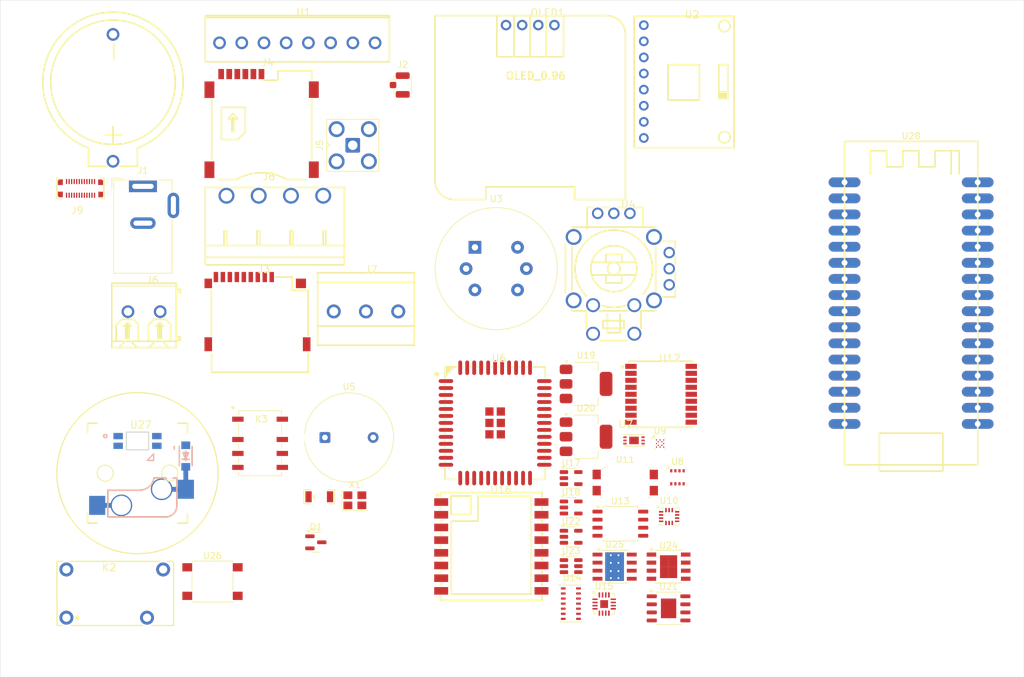
<source format=kicad_pcb>
(kicad_pcb (version 20241229) (generator "pcbnew") (generator_version "9.0")
  (layers (0 "F.Cu" signal) (2 "B.Cu" signal) (13 "F.Paste" user) (15 "B.Paste" user) (5 "F.SilkS" user "F.Silkscreen") (7 "B.SilkS" user "B.Silkscreen") (1 "F.Mask" user) (3 "B.Mask" user) (25 "Edge.Cuts" user))
  (net 0 "")
  (net 191 "Net-(U9-GND-PadC5)")
  (net 249 "Net-(U14-VLED+-Pad10)")
  (net 256 "Net-(U15-GND-Pad11)")
  (net 260 "Net-(U15-VDD-Pad7)")
  (footprint "EXT_Switch_THT:热插拔键盘轴(RGB反贴)(30mm)" (layer "F.Cu") (at 106.725 105.05)
    (property "Reference" "U27" (at -1.27 -7.62 0) (layer "F.SilkS") (effects (font (size 1.143 1.143) (thickness 0.152)) (justify left)))
    (property "Value" "~" (at 5.771 -4.478 90) (layer "B.SilkS") (effects (font (size 1.016 1.016) (thickness 0.203)) (justify left mirror)))
    (fp_line (start -6.35 5.08) (end -2.54 5.08) (stroke (width 0.762)) (layer "B.Cu"))
    (fp_line (start 3.81 2.54) (end 7.62 2.54) (stroke (width 0.762)) (layer "B.Cu"))
    (fp_line (start 7.62 2.54) (end 7.6 -1) (stroke (width 0.762)) (layer "B.Cu"))
    (fp_line (start -1.753 -6.477) (end -1.753 -3.683) (stroke (width 0.152)) (layer "Edge.Cuts"))
    (fp_line (start -1.753 -3.683) (end 1.753 -3.683) (stroke (width 0.152)) (layer "Edge.Cuts"))
    (fp_line (start 1.753 -6.477) (end -1.753 -6.477) (stroke (width 0.152)) (layer "Edge.Cuts"))
    (fp_line (start 1.753 -3.683) (end 1.753 -6.477) (stroke (width 0.152)) (layer "Edge.Cuts"))
    (pad "" np_thru_hole circle (at -5.08 0) (size 1.727 1.727) (drill 1.727) (layers "*.Cu" "*.Mask"))
    (pad "" np_thru_hole circle (at 0 0) (size 4.013 4.013) (drill 4.013) (layers "*.Cu" "*.Mask"))
    (pad "" np_thru_hole circle (at 5.08 0) (size 1.727 1.727) (drill 1.727) (layers "*.Cu" "*.Mask"))
    (pad "1" thru_hole circle (at 3.81 2.54) (size 3.4 3.4) (drill oval 3 3.005) (layers "*.Cu" "*.Paste" "*.Mask"))
    (pad "1" smd rect (at 7.6 -1 270) (size 1.2 1.4) (layers "B.Cu" "B.Mask" "B.Paste"))
    (pad "1" smd rect (at 7.62 2.54) (size 2.55 3) (layers "B.Cu" "B.Mask" "B.Paste"))
    (pad "2" thru_hole circle (at -2.54 5.08 180) (size 3.4 3.4) (drill oval 3 3.005) (layers "*.Cu" "*.Paste" "*.Mask"))
    (pad "COL" smd rect (at 7.6 -4.4 270) (size 1.2 1.4) (layers "B.Cu" "B.Mask" "B.Paste"))
    (pad "DIN" smd rect (at -3.048 -4.318 180) (size 1.5 1) (layers "B.Cu" "B.Mask" "B.Paste"))
    (pad "DOUT" smd rect (at 3.048 -5.842 180) (size 1.5 1) (layers "B.Cu" "B.Mask" "B.Paste"))
    (pad "LED" smd rect (at 3.048 -4.318 180) (size 1.5 1) (layers "B.Cu" "B.Mask" "B.Paste"))
    (pad "LEDGND" smd rect (at -3.048 -5.842 180) (size 1.5 1) (layers "B.Cu" "B.Mask" "B.Paste"))
    (pad "ROW" smd rect (at -6.35 5.08) (size 2.55 3) (layers "B.Cu" "B.Mask" "B.Paste"))
  )
  (footprint "EXT_Modules:SW-TH_THB001P" (layer "F.Cu") (at 182.964 73.575)
    (property "Reference" "U4" (at -0.158 -10.855 0) (layer "F.SilkS") (effects (font (size 1.143 1.143) (thickness 0.152)) (justify left)))
    (property "Value" "~" (at -5.803 -7.114 0) (layer "F.SilkS") (effects (font (thickness 0.1)) (justify left)))
    (pad "1" thru_hole circle (at 7.527 1.78) (size 1.8 1.8) (drill 1.2) (layers "*.Cu" "*.Paste" "*.Mask"))
    (pad "2" thru_hole circle (at 7.527 -0.76) (size 1.8 1.8) (drill 1.2) (layers "*.Cu" "*.Paste" "*.Mask"))
    (pad "3" thru_hole circle (at 7.527 -3.3) (size 1.8 1.8) (drill 1.2) (layers "*.Cu" "*.Paste" "*.Mask"))
    (pad "4" thru_hole circle (at 1.337 -9.49) (size 1.8 1.8) (drill 1.2) (layers "*.Cu" "*.Paste" "*.Mask"))
    (pad "5" thru_hole circle (at -1.203 -9.49) (size 1.8 1.8) (drill 1.2) (layers "*.Cu" "*.Paste" "*.Mask"))
    (pad "6" thru_hole circle (at -3.743 -9.49) (size 1.8 1.8) (drill 1.2) (layers "*.Cu" "*.Paste" "*.Mask"))
    (pad "7" thru_hole circle (at -7.527 -5.76) (size 2.5 2.5) (drill 1.8) (layers "*.Cu" "*.Paste" "*.Mask"))
    (pad "8" thru_hole circle (at -7.527 4.24) (size 2.5 2.5) (drill 1.8) (layers "*.Cu" "*.Paste" "*.Mask"))
    (pad "9" thru_hole circle (at 5.123 4.24) (size 2.5 2.5) (drill 1.8) (layers "*.Cu" "*.Paste" "*.Mask"))
    (pad "10" thru_hole circle (at 5.123 -5.76) (size 2.5 2.5) (drill 1.8) (layers "*.Cu" "*.Paste" "*.Mask"))
    (pad "a" thru_hole circle (at -4.472 4.99) (size 2.2 2.2) (drill 1.6) (layers "*.Cu" "*.Paste" "*.Mask"))
    (pad "b" thru_hole circle (at 2.028 4.99) (size 2.2 2.2) (drill 1.6) (layers "*.Cu" "*.Paste" "*.Mask"))
    (pad "c" thru_hole circle (at -4.472 9.49) (size 2.2 2.2) (drill 1.6) (layers "*.Cu" "*.Paste" "*.Mask"))
    (pad "d" thru_hole circle (at 2.028 9.49) (size 2.2 2.2) (drill 1.6) (layers "*.Cu" "*.Paste" "*.Mask"))
  )
  (footprint "EXT_Connectors_THT:CONN-TH_3P-P5.08" (layer "F.Cu") (at 142.722 79.553)
    (property "Reference" "J7" (at -0.254 -6.604 0) (layer "F.SilkS") (effects (font (size 1.143 1.143) (thickness 0.152)) (justify left)))
    (property "Value" "~" (hide yes))
    (pad "1" thru_hole circle (at -5.08 0) (size 2.2 2.2) (drill 1.4) (layers "*.Cu" "*.Paste" "*.Mask"))
    (pad "2" thru_hole circle (at 0 0) (size 2.2 2.2) (drill 1.4) (layers "*.Cu" "*.Paste" "*.Mask"))
    (pad "3" thru_hole circle (at 5.08 0) (size 2.2 2.2) (drill 1.4) (layers "*.Cu" "*.Paste" "*.Mask"))
  )
  (footprint "EXT_Modules:0.96OLED_4P" (layer "F.Cu") (at 168.593 34.41)
    (property "Reference" "OLED1" (at -0.072 -1.942 0) (layer "F.SilkS") (effects (font (size 1.143 1.143) (thickness 0.152)) (justify left)))
    (property "Value" "OLED_0.96" (at -3.998 8 0) (layer "F.SilkS") (effects (font (size 1.2 1.2) (thickness 0.25)) (justify left)))
    (pad "1" thru_hole circle (at -3.81 0.001) (size 1.65 1.65) (drill 1) (layers "*.Cu" "*.Paste" "*.Mask"))
    (pad "2" thru_hole circle (at -1.27 -0.001) (size 1.65 1.65) (drill 1) (layers "*.Cu" "*.Paste" "*.Mask"))
    (pad "3" thru_hole circle (at 1.27 -0.001) (size 1.65 1.65) (drill 1) (layers "*.Cu" "*.Paste" "*.Mask"))
    (pad "4" thru_hole circle (at 3.81 -0.001) (size 1.65 1.65) (drill 1) (layers "*.Cu" "*.Paste" "*.Mask"))
  )
  (footprint "EXT_Modules:MPU6050-GY-521" (layer "F.Cu") (at 184.965 33.03)
    (property "Reference" "U2" (at 7.874 -0.254 0) (layer "F.SilkS") (effects (font (size 1.143 1.143) (thickness 0.152)) (justify left)))
    (property "Value" "~" (hide yes))
    (pad "1" thru_hole circle (at 1.524 1.397) (size 1.524 1.524) (drill 0.914) (layers "*.Cu" "*.Paste" "*.Mask"))
    (pad "2" thru_hole circle (at 1.524 3.937) (size 1.524 1.524) (drill 0.914) (layers "*.Cu" "*.Paste" "*.Mask"))
    (pad "3" thru_hole circle (at 1.524 6.477) (size 1.524 1.524) (drill 0.914) (layers "*.Cu" "*.Paste" "*.Mask"))
    (pad "4" thru_hole circle (at 1.524 9.017) (size 1.524 1.524) (drill 0.914) (layers "*.Cu" "*.Paste" "*.Mask"))
    (pad "5" thru_hole circle (at 1.524 11.557) (size 1.524 1.524) (drill 0.914) (layers "*.Cu" "*.Paste" "*.Mask"))
    (pad "6" thru_hole circle (at 1.524 14.097) (size 1.524 1.524) (drill 0.914) (layers "*.Cu" "*.Paste" "*.Mask"))
    (pad "7" thru_hole circle (at 1.524 16.637) (size 1.524 1.524) (drill 0.914) (layers "*.Cu" "*.Paste" "*.Mask"))
    (pad "8" thru_hole circle (at 1.524 19.177) (size 1.524 1.524) (drill 0.914) (layers "*.Cu" "*.Paste" "*.Mask"))
  )
  (footprint "Package_TO_SOT_SMD:SOT-23-5" (layer "F.Cu") (at 175.04 105.83)
    (property "Reference" "U17" (at 0 -2.4 0) (layer "F.SilkS"))
    (property "Value" "SGM2209")
    (pad "1" smd roundrect (at -1.1375 -0.95) (size 1.325 0.6) (layers "F.Cu" "F.Mask" "F.Paste"))
    (pad "2" smd roundrect (at -1.1375 0) (size 1.325 0.6) (layers "F.Cu" "F.Mask" "F.Paste"))
    (pad "3" smd roundrect (at -1.1375 0.95) (size 1.325 0.6) (layers "F.Cu" "F.Mask" "F.Paste"))
    (pad "4" smd roundrect (at 1.1375 0.95) (size 1.325 0.6) (layers "F.Cu" "F.Mask" "F.Paste"))
    (pad "5" smd roundrect (at 1.1375 -0.95) (size 1.325 0.6) (layers "F.Cu" "F.Mask" "F.Paste"))
  )
  (footprint "EXT_Connectors_SMD:自弹式micro-SIM卡-卡座-6P-SIM卡连接器SMD" (layer "F.Cu") (at 126.28 49.673)
    (property "Reference" "J4" (at -0.115 -9.335 0) (layer "F.SilkS") (effects (font (size 1.143 1.143) (thickness 0.152)) (justify left)))
    (property "Value" "~" (hide yes))
    (pad "" smd rect (at -8.225 -5.075 270) (size 2.61 1.56) (layers "F.Cu" "F.Mask" "F.Paste"))
    (pad "" smd rect (at -8.225 7.543 270) (size 2.61 1.56) (layers "F.Cu" "F.Mask" "F.Paste"))
    (pad "" smd rect (at 8.225 -5.086 270) (size 2.61 1.56) (layers "F.Cu" "F.Mask" "F.Paste"))
    (pad "" smd rect (at 8.225 7.537 270) (size 2.61 1.56) (layers "F.Cu" "F.Mask" "F.Paste"))
    (pad "1" smd rect (at -5.105 -7.543) (size 0.9 1.6) (layers "F.Cu" "F.Mask" "F.Paste"))
    (pad "2" smd rect (at -2.565 -7.543) (size 0.9 1.6) (layers "F.Cu" "F.Mask" "F.Paste"))
    (pad "3" smd rect (at -0.025 -7.543) (size 0.9 1.6) (layers "F.Cu" "F.Mask" "F.Paste"))
    (pad "5" smd rect (at -6.375 -7.543) (size 0.9 1.6) (layers "F.Cu" "F.Mask" "F.Paste"))
    (pad "6" smd rect (at -3.835 -7.543) (size 0.9 1.6) (layers "F.Cu" "F.Mask" "F.Paste"))
    (pad "7" smd rect (at -1.295 -7.543) (size 0.9 1.6) (layers "F.Cu" "F.Mask" "F.Paste"))
  )
  (footprint "EXT_IC_SMD:GPS-SMD_GP-02" (layer "F.Cu") (at 189.211 92.614)
    (property "Reference" "U12" (at -0.432 -5.67 0) (layer "F.SilkS") (effects (font (size 1.143 1.143) (thickness 0.152)) (justify left)))
    (property "Value" "RG-02" (hide yes))
    (pad "1" smd rect (at -4.75 -4.4) (size 1.8 0.8) (layers "F.Cu" "F.Mask" "F.Paste"))
    (pad "2" smd rect (at -4.75 -3.3) (size 1.8 0.8) (layers "F.Cu" "F.Mask" "F.Paste"))
    (pad "3" smd rect (at -4.75 -2.2) (size 1.8 0.8) (layers "F.Cu" "F.Mask" "F.Paste"))
    (pad "4" smd rect (at -4.75 -1.1) (size 1.8 0.8) (layers "F.Cu" "F.Mask" "F.Paste"))
    (pad "5" smd rect (at -4.75 0) (size 1.8 0.8) (layers "F.Cu" "F.Mask" "F.Paste"))
    (pad "6" smd rect (at -4.75 1.1) (size 1.8 0.8) (layers "F.Cu" "F.Mask" "F.Paste"))
    (pad "7" smd rect (at -4.75 2.2) (size 1.8 0.8) (layers "F.Cu" "F.Mask" "F.Paste"))
    (pad "8" smd rect (at -4.75 3.3) (size 1.8 0.8) (layers "F.Cu" "F.Mask" "F.Paste"))
    (pad "9" smd rect (at -4.75 4.4) (size 1.8 0.8) (layers "F.Cu" "F.Mask" "F.Paste"))
    (pad "10" smd rect (at 4.75 4.4) (size 1.8 0.8) (layers "F.Cu" "F.Mask" "F.Paste"))
    (pad "11" smd rect (at 4.75 3.3) (size 1.8 0.8) (layers "F.Cu" "F.Mask" "F.Paste"))
    (pad "12" smd rect (at 4.75 2.2) (size 1.8 0.8) (layers "F.Cu" "F.Mask" "F.Paste"))
    (pad "13" smd rect (at 4.75 1.1) (size 1.8 0.8) (layers "F.Cu" "F.Mask" "F.Paste"))
    (pad "14" smd rect (at 4.75 0) (size 1.8 0.8) (layers "F.Cu" "F.Mask" "F.Paste"))
    (pad "15" smd rect (at 4.75 -1.1) (size 1.8 0.8) (layers "F.Cu" "F.Mask" "F.Paste"))
    (pad "16" smd rect (at 4.75 -2.2) (size 1.8 0.8) (layers "F.Cu" "F.Mask" "F.Paste"))
    (pad "17" smd rect (at 4.75 -3.3) (size 1.8 0.8) (layers "F.Cu" "F.Mask" "F.Paste"))
    (pad "18" smd rect (at 4.75 -4.4) (size 1.8 0.8) (layers "F.Cu" "F.Mask" "F.Paste"))
  )
  (footprint "Package_LGA:Bosch_LGA-14_3x2.5mm_P0.5mm" (layer "F.Cu") (at 190.475 111.89)
    (property "Reference" "U10" (at 0 -2.5 0) (layer "F.SilkS"))
    (property "Value" "~")
    (pad "1" smd rect (at -1.2625 -0.75) (size 0.675 0.25) (layers "F.Cu" "F.Mask" "F.Paste"))
    (pad "2" smd rect (at -1.2625 -0.25) (size 0.675 0.25) (layers "F.Cu" "F.Mask" "F.Paste"))
    (pad "3" smd rect (at -1.2625 0.25) (size 0.675 0.25) (layers "F.Cu" "F.Mask" "F.Paste"))
    (pad "4" smd rect (at -1.2625 0.75) (size 0.675 0.25) (layers "F.Cu" "F.Mask" "F.Paste"))
    (pad "5" smd rect (at -0.5 1.0125) (size 0.25 0.675) (layers "F.Cu" "F.Mask" "F.Paste"))
    (pad "6" smd rect (at 0 1.0125) (size 0.25 0.675) (layers "F.Cu" "F.Mask" "F.Paste"))
    (pad "7" smd rect (at 0.5 1.0125) (size 0.25 0.675) (layers "F.Cu" "F.Mask" "F.Paste"))
    (pad "8" smd rect (at 1.2625 0.75) (size 0.675 0.25) (layers "F.Cu" "F.Mask" "F.Paste"))
    (pad "9" smd rect (at 1.2625 0.25) (size 0.675 0.25) (layers "F.Cu" "F.Mask" "F.Paste"))
    (pad "10" smd rect (at 1.2625 -0.25) (size 0.675 0.25) (layers "F.Cu" "F.Mask" "F.Paste"))
    (pad "11" smd rect (at 1.2625 -0.75) (size 0.675 0.25) (layers "F.Cu" "F.Mask" "F.Paste"))
    (pad "12" smd rect (at 0.5 -1.0125) (size 0.25 0.675) (layers "F.Cu" "F.Mask" "F.Paste"))
    (pad "13" smd rect (at 0 -1.0125) (size 0.25 0.675) (layers "F.Cu" "F.Mask" "F.Paste"))
    (pad "14" smd rect (at -0.5 -1.0125) (size 0.25 0.675) (layers "F.Cu" "F.Mask" "F.Paste"))
  )
  (footprint "EXT_IC_SMD:COMM-SMD_RA-01S" (layer "F.Cu") (at 162.465 116.607)
    (property "Reference" "U16" (at -0.254 -8.89 0) (layer "F.SilkS") (effects (font (size 1.143 1.143) (thickness 0.152)) (justify left)))
    (property "Value" "Ra-01SC" (hide yes))
    (pad "1" smd rect (at -7.9 -7) (size 2.2 1.2) (layers "F.Cu" "F.Mask" "F.Paste"))
    (pad "2" smd rect (at -7.9 -5) (size 2.2 1.2) (layers "F.Cu" "F.Mask" "F.Paste"))
    (pad "3" smd rect (at -7.9 -3) (size 2.2 1.2) (layers "F.Cu" "F.Mask" "F.Paste"))
    (pad "4" smd rect (at -7.9 -1) (size 2.2 1.2) (layers "F.Cu" "F.Mask" "F.Paste"))
    (pad "5" smd rect (at -7.9 1) (size 2.2 1.2) (layers "F.Cu" "F.Mask" "F.Paste"))
    (pad "6" smd rect (at -7.9 3) (size 2.2 1.2) (layers "F.Cu" "F.Mask" "F.Paste"))
    (pad "7" smd rect (at -7.9 5) (size 2.2 1.2) (layers "F.Cu" "F.Mask" "F.Paste"))
    (pad "8" smd rect (at -7.9 7) (size 2.2 1.2) (layers "F.Cu" "F.Mask" "F.Paste"))
    (pad "9" smd rect (at 7.9 7) (size 2.2 1.2) (layers "F.Cu" "F.Mask" "F.Paste"))
    (pad "10" smd rect (at 7.9 5) (size 2.2 1.2) (layers "F.Cu" "F.Mask" "F.Paste"))
    (pad "11" smd rect (at 7.9 3) (size 2.2 1.2) (layers "F.Cu" "F.Mask" "F.Paste"))
    (pad "12" smd rect (at 7.9 1) (size 2.2 1.2) (layers "F.Cu" "F.Mask" "F.Paste"))
    (pad "13" smd rect (at 7.9 -1) (size 2.2 1.2) (layers "F.Cu" "F.Mask" "F.Paste"))
    (pad "14" smd rect (at 7.9 -3) (size 2.2 1.2) (layers "F.Cu" "F.Mask" "F.Paste"))
    (pad "15" smd rect (at 7.9 -5) (size 2.2 1.2) (layers "F.Cu" "F.Mask" "F.Paste"))
    (pad "16" smd rect (at 7.9 -7) (size 2.2 1.2) (layers "F.Cu" "F.Mask" "F.Paste"))
  )
  (footprint "Package_SO:HSOP-8-1EP_3.9x4.9mm_P1.27mm_EP2.41x3.1mm" (layer "F.Cu") (at 190.39 126.365)
    (property "Reference" "U21" (at 0 -3.4 0) (layer "F.SilkS"))
    (property "Value" "SGM3209YS8G/TR")
    (pad "1" smd roundrect (at -2.65 -1.905) (size 1.6 0.6) (layers "F.Cu" "F.Mask" "F.Paste"))
    (pad "2" smd roundrect (at -2.65 -0.635) (size 1.6 0.6) (layers "F.Cu" "F.Mask" "F.Paste"))
    (pad "3" smd roundrect (at -2.65 0.635) (size 1.6 0.6) (layers "F.Cu" "F.Mask" "F.Paste"))
    (pad "4" smd roundrect (at -2.65 1.905) (size 1.6 0.6) (layers "F.Cu" "F.Mask" "F.Paste"))
    (pad "5" smd roundrect (at 2.65 1.905) (size 1.6 0.6) (layers "F.Cu" "F.Mask" "F.Paste"))
    (pad "6" smd roundrect (at 2.65 0.635) (size 1.6 0.6) (layers "F.Cu" "F.Mask" "F.Paste"))
    (pad "7" smd roundrect (at 2.65 -0.635) (size 1.6 0.6) (layers "F.Cu" "F.Mask" "F.Paste"))
    (pad "8" smd roundrect (at 2.65 -1.905) (size 1.6 0.6) (layers "F.Cu" "F.Mask" "F.Paste"))
    (pad "9" smd rect (at 0 0) (size 2.41 3.1) (property pad_prop_heatsink) (layers "F.Cu" "F.Mask"))
  )
  (footprint "EXT_IC_SMD:WSOF-6_L2.6-W1.6-P0.50-TL-EP" (layer "F.Cu") (at 184.945 99.892)
    (property "Reference" "U7" (at -2.54 -2.54 0) (layer "F.SilkS") (effects (font (size 1.143 1.143) (thickness 0.152)) (justify left)))
    (property "Value" "~" (hide yes))
    (pad "1" smd rect (at -1.427 -0.5) (size 0.505 0.28) (layers "F.Cu" "F.Mask" "F.Paste"))
    (pad "2" smd rect (at -1.427 0) (size 0.505 0.28) (layers "F.Cu" "F.Mask" "F.Paste"))
    (pad "3" smd rect (at -1.427 0.5) (size 0.505 0.28) (layers "F.Cu" "F.Mask" "F.Paste"))
    (pad "4" smd rect (at 1.427 0.5) (size 0.505 0.28) (layers "F.Cu" "F.Mask" "F.Paste"))
    (pad "5" smd rect (at 1.427 0) (size 0.505 0.28) (layers "F.Cu" "F.Mask" "F.Paste"))
    (pad "6" smd rect (at 1.427 -0.5) (size 0.505 0.28) (layers "F.Cu" "F.Mask" "F.Paste"))
    (pad "7" smd rect (at 0 0) (size 1.5 1.2) (layers "F.Cu" "F.Mask" "F.Paste"))
  )
  (footprint "EXT_Switch_THT:HF32F-G-HS" (layer "F.Cu") (at 103.145 124.03)
    (property "Reference" "K2" (at -2.1 -4.1 0) (layer "F.SilkS") (effects (font (size 1.143 1.143) (thickness 0.152)) (justify left)))
    (property "Value" "HF32F-G-HS" (hide yes))
    (pad "1" thru_hole circle (at -7.62 3.8) (size 2.2 2.2) (drill 1.3) (layers "*.Cu" "*.Paste" "*.Mask"))
    (pad "2" thru_hole circle (at -7.62 -3.8) (size 2.2 2.2) (drill 1.3) (layers "*.Cu" "*.Paste" "*.Mask"))
    (pad "3" thru_hole circle (at 7.62 -3.8) (size 2.2 2.2) (drill 1.3) (layers "*.Cu" "*.Paste" "*.Mask"))
    (pad "4" thru_hole circle (at 5.08 3.8) (size 2.2 2.2) (drill 1.3) (layers "*.Cu" "*.Paste" "*.Mask"))
  )
  (footprint "Connector_Coaxial:U.FL_Hirose_U.FL-R-SMT-1_Vertical" (layer "F.Cu") (at 148.03 43.855)
    (property "Reference" "J2" (at 0.475 -3.2 0) (layer "F.SilkS"))
    (property "Value" "~")
    (pad "1" smd roundrect (at -1.05 0) (size 1.05 1) (layers "F.Cu" "F.Mask" "F.Paste"))
    (pad "2" smd roundrect (at 0.475 -1.475) (size 2.2 1.05) (layers "F.Cu" "F.Mask" "F.Paste") (roundrect_rratio 0.2380952381))
    (pad "2" smd roundrect (at 0.475 1.475) (size 2.2 1.05) (layers "F.Cu" "F.Mask" "F.Paste") (roundrect_rratio 0.2380952381))
  )
  (footprint "EXT_IC_SMD:SMD-4_4.6x7.62mm_P2.54mm" (layer "F.Cu") (at 183.565 106.53)
    (property "Reference" "U11" (at 0 -3.64 0) (layer "F.SilkS"))
    (property "Value" "~")
    (pad "1" smd rect (at -4.5 -1.27) (size 1.3 1.5) (layers "F.Cu" "F.Mask" "F.Paste"))
    (pad "2" smd rect (at -4.5 1.27) (size 1.3 1.5) (layers "F.Cu" "F.Mask" "F.Paste"))
    (pad "3" smd rect (at 4.5 1.27) (size 1.3 1.5) (layers "F.Cu" "F.Mask" "F.Paste"))
    (pad "4" smd rect (at 4.5 -1.27) (size 1.3 1.5) (layers "F.Cu" "F.Mask" "F.Paste"))
  )
  (footprint "Package_TO_SOT_SMD:SOT-23-5" (layer "F.Cu") (at 175.04 110.455)
    (property "Reference" "U18" (at 0 -2.4 0) (layer "F.SilkS"))
    (property "Value" "SGM2211")
    (pad "1" smd roundrect (at -1.1375 -0.95) (size 1.325 0.6) (layers "F.Cu" "F.Mask" "F.Paste"))
    (pad "2" smd roundrect (at -1.1375 0) (size 1.325 0.6) (layers "F.Cu" "F.Mask" "F.Paste"))
    (pad "3" smd roundrect (at -1.1375 0.95) (size 1.325 0.6) (layers "F.Cu" "F.Mask" "F.Paste"))
    (pad "4" smd roundrect (at 1.1375 0.95) (size 1.325 0.6) (layers "F.Cu" "F.Mask" "F.Paste"))
    (pad "5" smd roundrect (at 1.1375 -0.95) (size 1.325 0.6) (layers "F.Cu" "F.Mask" "F.Paste"))
  )
  (footprint "EXT_Switch_THT:SW_Push_1P1T_NO_6x6mm" (layer "F.Cu") (at 118.54 122.14)
    (property "Reference" "U26" (at 0 -4.05 0) (layer "F.SilkS"))
    (property "Value" "~")
    (pad "1" smd rect (at -3.975 -2.25) (size 1.55 1.3) (layers "F.Cu" "F.Mask" "F.Paste"))
    (pad "1" smd rect (at 3.975 -2.25) (size 1.55 1.3) (layers "F.Cu" "F.Mask" "F.Paste"))
    (pad "2" smd rect (at -3.975 2.25) (size 1.55 1.3) (layers "F.Cu" "F.Mask" "F.Paste"))
    (pad "2" smd rect (at 3.975 2.25) (size 1.55 1.3) (layers "F.Cu" "F.Mask" "F.Paste"))
  )
  (footprint "EXT_Connectors_THT:CONN-TH_XY2500V-F-3.5-8P" (layer "F.Cu") (at 131.902 37.207)
    (property "Reference" "U1" (at -0.254 -4.826 0) (layer "F.SilkS") (effects (font (size 1.143 1.143) (thickness 0.152)) (justify left)))
    (property "Value" "~" (hide yes))
    (pad "1" thru_hole circle (at -12.25 0) (size 2 2) (drill 1.3) (layers "*.Cu" "*.Paste" "*.Mask"))
    (pad "2" thru_hole circle (at -8.75 0) (size 2 2) (drill 1.3) (layers "*.Cu" "*.Paste" "*.Mask"))
    (pad "3" thru_hole circle (at -5.25 0) (size 2 2) (drill 1.3) (layers "*.Cu" "*.Paste" "*.Mask"))
    (pad "4" thru_hole circle (at -1.75 0) (size 2 2) (drill 1.3) (layers "*.Cu" "*.Paste" "*.Mask"))
    (pad "5" thru_hole circle (at 1.75 0) (size 2 2) (drill 1.3) (layers "*.Cu" "*.Paste" "*.Mask"))
    (pad "6" thru_hole circle (at 5.25 0) (size 2 2) (drill 1.3) (layers "*.Cu" "*.Paste" "*.Mask"))
    (pad "7" thru_hole circle (at 8.75 0) (size 2 2) (drill 1.3) (layers "*.Cu" "*.Paste" "*.Mask"))
    (pad "8" thru_hole circle (at 12.25 0) (size 2 2) (drill 1.3) (layers "*.Cu" "*.Paste" "*.Mask"))
  )
  (footprint "EXT_IC_SMD:Maxim_OLGA-14_3.3x5.6mm_P0.8mm" (layer "F.Cu") (at 174.995 125.62)
    (property "Reference" "U14" (at 0.22 -4.07 0) (layer "F.SilkS"))
    (property "Value" "~")
    (pad "1" smd roundrect (at -1.2 -2.4) (size 0.75 0.35) (layers "F.Cu" "F.Mask" "F.Paste"))
    (pad "2" smd roundrect (at -1.2 -1.6) (size 0.75 0.35) (layers "F.Cu" "F.Mask" "F.Paste"))
    (pad "3" smd roundrect (at -1.2 -0.8) (size 0.75 0.35) (layers "F.Cu" "F.Mask" "F.Paste"))
    (pad "4" smd roundrect (at -1.2 0) (size 0.75 0.35) (layers "F.Cu" "F.Mask" "F.Paste"))
    (pad "5" smd roundrect (at -1.2 0.8) (size 0.75 0.35) (layers "F.Cu" "F.Mask" "F.Paste"))
    (pad "6" smd roundrect (at -1.2 1.6) (size 0.75 0.35) (layers "F.Cu" "F.Mask" "F.Paste"))
    (pad "7" smd roundrect (at -1.2 2.4) (size 0.75 0.35) (layers "F.Cu" "F.Mask" "F.Paste"))
    (pad "8" smd roundrect (at 1.2 2.4) (size 0.75 0.35) (layers "F.Cu" "F.Mask" "F.Paste"))
    (pad "9" smd roundrect (at 1.2 1.6) (size 0.75 0.35) (layers "F.Cu" "F.Mask" "F.Paste") (net 249 "Net-(U14-VLED+-Pad10)"))
    (pad "10" smd roundrect (at 1.2 0.8) (size 0.75 0.35) (layers "F.Cu" "F.Mask" "F.Paste") (net 249 "Net-(U14-VLED+-Pad10)"))
    (pad "11" smd roundrect (at 1.2 0) (size 0.75 0.35) (layers "F.Cu" "F.Mask" "F.Paste"))
    (pad "12" smd roundrect (at 1.2 -0.8) (size 0.75 0.35) (layers "F.Cu" "F.Mask" "F.Paste"))
    (pad "13" smd roundrect (at 1.2 -1.6) (size 0.75 0.35) (layers "F.Cu" "F.Mask" "F.Paste"))
    (pad "14" smd roundrect (at 1.2 -2.4) (size 0.75 0.35) (layers "F.Cu" "F.Mask" "F.Paste"))
  )
  (footprint "EXT_Modules:合宙ESP32C3开发板-DIP&SMT" (layer "F.Cu") (at 228.6 103.64)
    (property "Reference" "U28" (at 0 -51.727 0) (layer "F.SilkS"))
    (property "Value" "~")
    (pad "1" thru_hole oval (at -10.49 -44.45) (size 5 1.524) (drill 0.914) (layers "*.Cu" "*.Mask"))
    (pad "2" thru_hole oval (at -10.49 -41.91) (size 5 1.524) (drill 0.914) (layers "*.Cu" "*.Mask"))
    (pad "3" thru_hole oval (at -10.49 -39.37) (size 5 1.524) (drill 0.914) (layers "*.Cu" "*.Mask"))
    (pad "4" thru_hole oval (at -10.49 -36.83) (size 5 1.524) (drill 0.914) (layers "*.Cu" "*.Mask"))
    (pad "5" thru_hole oval (at -10.49 -34.29) (size 5 1.524) (drill 0.914) (layers "*.Cu" "*.Mask"))
    (pad "6" thru_hole oval (at -10.49 -31.75) (size 5 1.524) (drill 0.914) (layers "*.Cu" "*.Mask"))
    (pad "7" thru_hole oval (at -10.49 -29.21) (size 5 1.524) (drill 0.914) (layers "*.Cu" "*.Mask"))
    (pad "8" thru_hole oval (at -10.49 -26.67) (size 5 1.524) (drill 0.914) (layers "*.Cu" "*.Mask"))
    (pad "9" thru_hole oval (at -10.49 -24.13) (size 5 1.524) (drill 0.914) (layers "*.Cu" "*.Mask"))
    (pad "10" thru_hole oval (at -10.49 -21.59) (size 5 1.524) (drill 0.914) (layers "*.Cu" "*.Mask"))
    (pad "11" thru_hole oval (at -10.49 -19.05) (size 5 1.524) (drill 0.914) (layers "*.Cu" "*.Mask"))
    (pad "12" thru_hole oval (at -10.49 -16.51) (size 5 1.524) (drill 0.914) (layers "*.Cu" "*.Mask"))
    (pad "13" thru_hole oval (at -10.49 -13.97) (size 5 1.524) (drill 0.914) (layers "*.Cu" "*.Mask"))
    (pad "14" thru_hole oval (at -10.49 -11.43) (size 5 1.524) (drill 0.914) (layers "*.Cu" "*.Mask"))
    (pad "15" thru_hole oval (at -10.49 -8.89) (size 5 1.524) (drill 0.914) (layers "*.Cu" "*.Mask"))
    (pad "16" thru_hole oval (at -10.49 -6.35) (size 5 1.524) (drill 0.914) (layers "*.Cu" "*.Mask"))
    (pad "17" thru_hole oval (at 10.49 -44.45) (size 5 1.524) (drill 0.914) (layers "*.Cu" "*.Mask"))
    (pad "18" thru_hole oval (at 10.49 -41.91) (size 5 1.524) (drill 0.914) (layers "*.Cu" "*.Mask"))
    (pad "19" thru_hole oval (at 10.49 -39.37) (size 5 1.524) (drill 0.914) (layers "*.Cu" "*.Mask"))
    (pad "20" thru_hole oval (at 10.49 -36.83) (size 5 1.524) (drill 0.914) (layers "*.Cu" "*.Mask"))
    (pad "21" thru_hole oval (at 10.49 -34.29) (size 5 1.524) (drill 0.914) (layers "*.Cu" "*.Mask"))
    (pad "22" thru_hole oval (at 10.49 -31.75) (size 5 1.524) (drill 0.914) (layers "*.Cu" "*.Mask"))
    (pad "23" thru_hole oval (at 10.49 -29.21) (size 5 1.524) (drill 0.914) (layers "*.Cu" "*.Mask"))
    (pad "24" thru_hole oval (at 10.49 -26.67) (size 5 1.524) (drill 0.914) (layers "*.Cu" "*.Mask"))
    (pad "25" thru_hole oval (at 10.49 -24.13) (size 5 1.524) (drill 0.914) (layers "*.Cu" "*.Mask"))
    (pad "26" thru_hole oval (at 10.49 -21.59) (size 5 1.524) (drill 0.914) (layers "*.Cu" "*.Mask"))
    (pad "27" thru_hole oval (at 10.49 -19.05) (size 5 1.524) (drill 0.914) (layers "*.Cu" "*.Mask"))
    (pad "28" thru_hole oval (at 10.49 -16.51) (size 5 1.524) (drill 0.914) (layers "*.Cu" "*.Mask"))
    (pad "29" thru_hole oval (at 10.49 -13.97) (size 5 1.524) (drill 0.914) (layers "*.Cu" "*.Mask"))
    (pad "30" thru_hole oval (at 10.49 -11.43) (size 5 1.524) (drill 0.914) (layers "*.Cu" "*.Mask"))
    (pad "31" thru_hole oval (at 10.49 -8.89) (size 5 1.524) (drill 0.914) (layers "*.Cu" "*.Mask"))
    (pad "32" thru_hole oval (at 10.49 -6.35) (size 5 1.524) (drill 0.914) (layers "*.Cu" "*.Mask"))
  )
  (footprint "EXT_Connectors_THT:SMA-KWE" (layer "F.Cu") (at 140.635 53.355)
    (property "Reference" "J5" (at -5.2 0 90) (layer "F.SilkS"))
    (property "Value" "~")
    (pad "1" thru_hole roundrect (at 0 0) (size 2.3 2.3) (drill 1.5) (layers "*.Cu" "*.Mask") (roundrect_rratio 0.087))
    (pad "2" thru_hole circle (at -2.54 -2.54) (size 2.5 2.5) (drill 1.7) (layers "*.Cu" "*.Mask"))
    (pad "2" thru_hole circle (at -2.54 2.54) (size 2.5 2.5) (drill 1.7) (layers "*.Cu" "*.Mask"))
    (pad "2" thru_hole circle (at 2.54 -2.54) (size 2.5 2.5) (drill 1.7) (layers "*.Cu" "*.Mask"))
    (pad "2" thru_hole circle (at 2.54 2.54) (size 2.5 2.5) (drill 1.7) (layers "*.Cu" "*.Mask"))
  )
  (footprint "EXT_Connectors_THT:BAT-TH_BS-2-1" (layer "F.Cu") (at 102.87 45.88)
    (property "Reference" "BAT2" (hide yes))
    (property "Value" "CR2032" (hide yes))
    (pad "1" thru_hole circle (at 0 10 90) (size 2 2) (drill 1.3) (layers "*.Cu" "*.Paste" "*.Mask"))
    (pad "2" thru_hole circle (at 0 -10 90) (size 2 2) (drill 1.3) (layers "*.Cu" "*.Paste" "*.Mask"))
  )
  (footprint "EXT_IC_SMD:WLCSP-12_1.56x1.56mm_P0.4mm" (layer "F.Cu") (at 189.055 100.38)
    (property "Reference" "U9" (at 0 -2 0) (layer "F.SilkS"))
    (property "Value" "~")
    (pad "A1" smd circle (at -0.566 -0.566) (size 0.2 0.2) (property pad_prop_bga) (layers "F.Cu" "F.Mask" "F.Paste"))
    (pad "A3" smd circle (at 0 -0.566) (size 0.2 0.2) (property pad_prop_bga) (layers "F.Cu" "F.Mask" "F.Paste"))
    (pad "A5" smd circle (at 0.566 -0.566) (size 0.2 0.2) (property pad_prop_bga) (layers "F.Cu" "F.Mask" "F.Paste"))
    (pad "B2" smd circle (at -0.283 -0.283) (size 0.2 0.2) (property pad_prop_bga) (layers "F.Cu" "F.Mask" "F.Paste"))
    (pad "B4" smd circle (at 0.283 -0.283) (size 0.2 0.2) (property pad_prop_bga) (layers "F.Cu" "F.Mask" "F.Paste"))
    (pad "C1" smd circle (at -0.566 0) (size 0.2 0.2) (property pad_prop_bga) (layers "F.Cu" "F.Mask" "F.Paste"))
    (pad "C5" smd circle (at 0.566 0) (size 0.2 0.2) (property pad_prop_bga) (layers "F.Cu" "F.Mask" "F.Paste") (net 191 "Net-(U9-GND-PadC5)"))
    (pad "D2" smd circle (at -0.283 0.283) (size 0.2 0.2) (property pad_prop_bga) (layers "F.Cu" "F.Mask" "F.Paste"))
    (pad "D4" smd circle (at 0.283 0.283) (size 0.2 0.2) (property pad_prop_bga) (layers "F.Cu" "F.Mask" "F.Paste"))
    (pad "E1" smd circle (at -0.566 0.566) (size 0.2 0.2) (property pad_prop_bga) (layers "F.Cu" "F.Mask" "F.Paste") (net 191 "Net-(U9-GND-PadC5)"))
    (pad "E3" smd circle (at 0 0.566) (size 0.2 0.2) (property pad_prop_bga) (layers "F.Cu" "F.Mask" "F.Paste") (net 191 "Net-(U9-GND-PadC5)"))
    (pad "E5" smd circle (at 0.566 0.566) (size 0.2 0.2) (property pad_prop_bga) (layers "F.Cu" "F.Mask" "F.Paste"))
  )
  (footprint "EXT_IC_SMD:LCC-54_L17.7-W15.8-P1.10_AIR780EX" (layer "F.Cu") (at 163.065 97.13)
    (property "Reference" "U6" (at -0.638 -10.164 0) (layer "F.SilkS") (effects (font (size 1.143 1.143) (thickness 0.152)) (justify left)))
    (property "Value" "AIR780EX" (hide yes))
    (pad "1" smd oval (at -7.75 -6.6) (size 2.3 0.6) (layers "F.Cu" "F.Mask" "F.Paste"))
    (pad "2" smd oval (at -7.75 -5.5) (size 2.3 0.6) (layers "F.Cu" "F.Mask" "F.Paste"))
    (pad "3" smd oval (at -7.75 -4.4) (size 2.3 0.6) (layers "F.Cu" "F.Mask" "F.Paste"))
    (pad "4" smd oval (at -7.75 -3.3) (size 2.3 0.6) (layers "F.Cu" "F.Mask" "F.Paste"))
    (pad "5" smd oval (at -7.75 -2.2) (size 2.3 0.6) (layers "F.Cu" "F.Mask" "F.Paste"))
    (pad "6" smd oval (at -7.75 -1.1) (size 2.3 0.6) (layers "F.Cu" "F.Mask" "F.Paste"))
    (pad "7" smd oval (at -7.75 0) (size 2.3 0.6) (layers "F.Cu" "F.Mask" "F.Paste"))
    (pad "8" smd oval (at -7.75 1.1) (size 2.3 0.6) (layers "F.Cu" "F.Mask" "F.Paste"))
    (pad "9" smd oval (at -7.75 2.2) (size 2.3 0.6) (layers "F.Cu" "F.Mask" "F.Paste"))
    (pad "10" smd oval (at -7.75 3.3) (size 2.3 0.6) (layers "F.Cu" "F.Mask" "F.Paste"))
    (pad "11" smd oval (at -7.75 4.4) (size 2.3 0.6) (layers "F.Cu" "F.Mask" "F.Paste"))
    (pad "12" smd oval (at -7.75 5.5) (size 2.3 0.6) (layers "F.Cu" "F.Mask" "F.Paste"))
    (pad "13" smd oval (at -7.75 6.6) (size 2.3 0.6) (layers "F.Cu" "F.Mask" "F.Paste"))
    (pad "14" smd oval (at -4.4 8.7 90) (size 2.3 0.6) (layers "F.Cu" "F.Mask" "F.Paste"))
    (pad "15" smd oval (at -3.3 8.7 90) (size 2.3 0.6) (layers "F.Cu" "F.Mask" "F.Paste"))
    (pad "16" smd oval (at -2.2 8.7 90) (size 2.3 0.6) (layers "F.Cu" "F.Mask" "F.Paste"))
    (pad "17" smd oval (at -1.1 8.7 90) (size 2.3 0.6) (layers "F.Cu" "F.Mask" "F.Paste"))
    (pad "18" smd oval (at 0 8.7 90) (size 2.3 0.6) (layers "F.Cu" "F.Mask" "F.Paste"))
    (pad "19" smd oval (at 1.1 8.7 90) (size 2.3 0.6) (layers "F.Cu" "F.Mask" "F.Paste"))
    (pad "20" smd oval (at 2.2 8.7 90) (size 2.3 0.6) (layers "F.Cu" "F.Mask" "F.Paste"))
    (pad "21" smd oval (at 3.3 8.7 90) (size 2.3 0.6) (layers "F.Cu" "F.Mask" "F.Paste"))
    (pad "22" smd oval (at 4.4 8.7 90) (size 2.3 0.6) (layers "F.Cu" "F.Mask" "F.Paste"))
    (pad "23" smd oval (at 7.75 6.6) (size 2.3 0.6) (layers "F.Cu" "F.Mask" "F.Paste"))
    (pad "24" smd oval (at 7.75 5.5) (size 2.3 0.6) (layers "F.Cu" "F.Mask" "F.Paste"))
    (pad "25" smd oval (at 7.75 4.4) (size 2.3 0.6) (layers "F.Cu" "F.Mask" "F.Paste"))
    (pad "26" smd oval (at 7.75 3.3) (size 2.3 0.6) (layers "F.Cu" "F.Mask" "F.Paste"))
    (pad "27" smd oval (at 7.75 2.2) (size 2.3 0.6) (layers "F.Cu" "F.Mask" "F.Paste"))
    (pad "28" smd oval (at 7.75 1.1) (size 2.3 0.6) (layers "F.Cu" "F.Mask" "F.Paste"))
    (pad "29" smd oval (at 7.75 0) (size 2.3 0.6) (layers "F.Cu" "F.Mask" "F.Paste"))
    (pad "30" smd oval (at 7.75 -1.1) (size 2.3 0.6) (layers "F.Cu" "F.Mask" "F.Paste"))
    (pad "31" smd oval (at 7.75 -2.2) (size 2.3 0.6) (layers "F.Cu" "F.Mask" "F.Paste"))
    (pad "32" smd oval (at 7.75 -3.3) (size 2.3 0.6) (layers "F.Cu" "F.Mask" "F.Paste"))
    (pad "33" smd oval (at 7.75 -4.4) (size 2.3 0.6) (layers "F.Cu" "F.Mask" "F.Paste"))
    (pad "34" smd oval (at 7.75 -5.5) (size 2.3 0.6) (layers "F.Cu" "F.Mask" "F.Paste"))
    (pad "35" smd oval (at 7.75 -6.6) (size 2.3 0.6) (layers "F.Cu" "F.Mask" "F.Paste"))
    (pad "36" smd oval (at 4.4 -8.7 90) (size 2.3 0.6) (layers "F.Cu" "F.Mask" "F.Paste"))
    (pad "37" smd oval (at 3.3 -8.7 90) (size 2.3 0.6) (layers "F.Cu" "F.Mask" "F.Paste"))
    (pad "38" smd oval (at 2.2 -8.7 90) (size 2.3 0.6) (layers "F.Cu" "F.Mask" "F.Paste"))
    (pad "39" smd oval (at 1.1 -8.7 90) (size 2.3 0.6) (layers "F.Cu" "F.Mask" "F.Paste"))
    (pad "40" smd oval (at 0 -8.7 90) (size 2.3 0.6) (layers "F.Cu" "F.Mask" "F.Paste"))
    (pad "41" smd oval (at -1.1 -8.7 90) (size 2.3 0.6) (layers "F.Cu" "F.Mask" "F.Paste"))
    (pad "42" smd oval (at -2.2 -8.7 90) (size 2.3 0.6) (layers "F.Cu" "F.Mask" "F.Paste"))
    (pad "43" smd oval (at -3.3 -8.7 90) (size 2.3 0.6) (layers "F.Cu" "F.Mask" "F.Paste"))
    (pad "44" smd oval (at -4.4 -8.7 90) (size 2.3 0.6) (layers "F.Cu" "F.Mask" "F.Paste"))
    (pad "89" smd rect (at -0.9 -1.8) (size 1.3 1.3) (layers "F.Cu" "F.Mask" "F.Paste"))
    (pad "90" smd rect (at -0.9 0) (size 1.3 1.3) (layers "F.Cu" "F.Mask" "F.Paste"))
    (pad "91" smd rect (at -0.9 1.8) (size 1.3 1.3) (layers "F.Cu" "F.Mask" "F.Paste"))
    (pad "92" smd rect (at 0.9 1.8) (size 1.3 1.3) (layers "F.Cu" "F.Mask" "F.Paste"))
    (pad "93" smd rect (at 0.9 0) (size 1.3 1.3) (layers "F.Cu" "F.Mask" "F.Paste"))
    (pad "94" smd rect (at 0.9 -1.8) (size 1.3 1.3) (layers "F.Cu" "F.Mask" "F.Paste"))
    (pad "95" smd oval (at -5.5 8.7 90) (size 2.3 0.6) (layers "F.Cu" "F.Mask" "F.Paste"))
    (pad "96" smd oval (at 5.5 8.7 90) (size 2.3 0.6) (layers "F.Cu" "F.Mask" "F.Paste"))
    (pad "97" smd oval (at 5.5 -8.7 90) (size 2.3 0.6) (layers "F.Cu" "F.Mask" "F.Paste"))
    (pad "98" smd oval (at -5.5 -8.7 90) (size 2.3 0.6) (layers "F.Cu" "F.Mask" "F.Paste"))
  )
  (footprint "EXT_Other:Buzzer" (layer "F.Cu") (at 136.25 99.425)
    (property "Reference" "U5" (at 3.8 -8 0) (layer "F.SilkS"))
    (property "Value" "~")
    (pad "1" thru_hole roundrect (at 0 0) (size 1.7 1.7) (drill 0.9) (layers "*.Cu" "*.Mask") (roundrect_rratio 0.147))
    (pad "2" thru_hole circle (at 7.6 0) (size 1.7 1.7) (drill 0.9) (layers "*.Cu" "*.Mask"))
  )
  (footprint "EXT_Connectors_THT:CONN-TH_2P-P5.08" (layer "F.Cu") (at 107.762 79.59)
    (property "Reference" "J6" (at 0.254 -4.958 0) (layer "F.SilkS") (effects (font (size 1.143 1.143) (thickness 0.152)) (justify left)))
    (property "Value" "~" (hide yes))
    (pad "1" thru_hole circle (at -2.54 0 180) (size 2 2) (drill 1.3) (layers "*.Cu" "*.Paste" "*.Mask"))
    (pad "2" thru_hole circle (at 2.54 0 180) (size 2 2) (drill 1.3) (layers "*.Cu" "*.Paste" "*.Mask"))
  )
  (footprint "Package_TO_SOT_SMD:SOT-23-6" (layer "F.Cu") (at 175.04 119.705)
    (property "Reference" "U23" (at 0 -2.4 0) (layer "F.SilkS"))
    (property "Value" "~")
    (pad "1" smd roundrect (at -1.1375 -0.95) (size 1.325 0.6) (layers "F.Cu" "F.Mask" "F.Paste"))
    (pad "2" smd roundrect (at -1.1375 0) (size 1.325 0.6) (layers "F.Cu" "F.Mask" "F.Paste"))
    (pad "3" smd roundrect (at -1.1375 0.95) (size 1.325 0.6) (layers "F.Cu" "F.Mask" "F.Paste"))
    (pad "4" smd roundrect (at 1.1375 0.95) (size 1.325 0.6) (layers "F.Cu" "F.Mask" "F.Paste"))
    (pad "5" smd roundrect (at 1.1375 0) (size 1.325 0.6) (layers "F.Cu" "F.Mask" "F.Paste"))
    (pad "6" smd roundrect (at 1.1375 -0.95) (size 1.325 0.6) (layers "F.Cu" "F.Mask" "F.Paste"))
  )
  (footprint "EXT_Connectors_THT:CONN-TH_4P-P5.08_KF2EDGRC-5.08-4P" (layer "F.Cu") (at 128.362 61.307)
    (property "Reference" "J8" (at -2 -3 0) (layer "F.SilkS") (effects (font (size 1.143 1.143) (thickness 0.152)) (justify left)))
    (property "Value" "~" (hide yes))
    (pad "1" thru_hole circle (at -7.62 0) (size 2.5 2.5) (drill 1.8) (layers "*.Cu" "*.Paste" "*.Mask"))
    (pad "2" thru_hole circle (at -2.54 0) (size 2.5 2.5) (drill 1.8) (layers "*.Cu" "*.Paste" "*.Mask"))
    (pad "3" thru_hole circle (at 2.54 0) (size 2.5 2.5) (drill 1.8) (layers "*.Cu" "*.Paste" "*.Mask"))
    (pad "4" thru_hole circle (at 7.62 0) (size 2.5 2.5) (drill 1.8) (layers "*.Cu" "*.Paste" "*.Mask"))
  )
  (footprint "Crystal:Crystal_SMD_SeikoEpson_FA238-4Pin_3.2x2.5mm" (layer "F.Cu") (at 140.97 109.325)
    (property "Reference" "X1" (at 0 -2.45 0) (layer "F.SilkS"))
    (property "Value" "YSX321SL")
    (pad "1" smd rect (at -1.1 0.8) (size 1.4 1.2) (layers "F.Cu" "F.Mask" "F.Paste"))
    (pad "2" smd rect (at 1.1 0.8) (size 1.4 1.2) (layers "F.Cu" "F.Mask" "F.Paste"))
    (pad "3" smd rect (at 1.1 -0.8) (size 1.4 1.2) (layers "F.Cu" "F.Mask" "F.Paste"))
    (pad "4" smd rect (at -1.1 -0.8) (size 1.4 1.2) (layers "F.Cu" "F.Mask" "F.Paste"))
  )
  (footprint "Package_SO:SOP-8_5.28x5.23mm_P1.27mm" (layer "F.Cu") (at 182.79 113.015)
    (property "Reference" "U13" (at 0 -3.56 0) (layer "F.SilkS"))
    (property "Value" "L9119S")
    (pad "1" smd roundrect (at -3.6 -1.905) (size 1.6 0.6) (layers "F.Cu" "F.Mask" "F.Paste"))
    (pad "2" smd roundrect (at -3.6 -0.635) (size 1.6 0.6) (layers "F.Cu" "F.Mask" "F.Paste"))
    (pad "3" smd roundrect (at -3.6 0.635) (size 1.6 0.6) (layers "F.Cu" "F.Mask" "F.Paste"))
    (pad "4" smd roundrect (at -3.6 1.905) (size 1.6 0.6) (layers "F.Cu" "F.Mask" "F.Paste"))
    (pad "5" smd roundrect (at 3.6 1.905) (size 1.6 0.6) (layers "F.Cu" "F.Mask" "F.Paste"))
    (pad "6" smd roundrect (at 3.6 0.635) (size 1.6 0.6) (layers "F.Cu" "F.Mask" "F.Paste"))
    (pad "7" smd roundrect (at 3.6 -0.635) (size 1.6 0.6) (layers "F.Cu" "F.Mask" "F.Paste"))
    (pad "8" smd roundrect (at 3.6 -1.905) (size 1.6 0.6) (layers "F.Cu" "F.Mask" "F.Paste"))
  )
  (footprint "Package_TO_SOT_SMD:TSOT-23-5" (layer "F.Cu") (at 175.04 115.08)
    (property "Reference" "U22" (at 0 -2.4 0) (layer "F.SilkS"))
    (property "Value" "SGM6601")
    (pad "1" smd roundrect (at -1.1375 -0.95) (size 1.325 0.6) (layers "F.Cu" "F.Mask" "F.Paste"))
    (pad "2" smd roundrect (at -1.1375 0) (size 1.325 0.6) (layers "F.Cu" "F.Mask" "F.Paste"))
    (pad "3" smd roundrect (at -1.1375 0.95) (size 1.325 0.6) (layers "F.Cu" "F.Mask" "F.Paste"))
    (pad "4" smd roundrect (at 1.1375 0.95) (size 1.325 0.6) (layers "F.Cu" "F.Mask" "F.Paste"))
    (pad "5" smd roundrect (at 1.1375 -0.95) (size 1.325 0.6) (layers "F.Cu" "F.Mask" "F.Paste"))
  )
  (footprint "EXT_Other:ANT-SMD_L3.1-W1.6" (layer "F.Cu") (at 135.363 108.769)
    (property "Reference" "J10" (hide yes))
    (property "Value" "~" (hide yes))
    (pad "1" smd rect (at -1.692 0) (size 0.984 1.728) (layers "F.Cu" "F.Mask" "F.Paste"))
    (pad "2" smd rect (at 1.692 0) (size 0.984 1.728) (layers "F.Cu" "F.Mask" "F.Paste"))
  )
  (footprint "Package_LGA:Bosch_LGA-8_2.5x2.5mm_P0.65mm_ClockwisePinNumbering" (layer "F.Cu") (at 191.785 105.7)
    (property "Reference" "U8" (at 0.015 -2.465 0) (layer "F.SilkS"))
    (property "Value" "~")
    (pad "1" smd rect (at -0.975 -1.025 90) (size 0.5 0.35) (layers "F.Cu" "F.Mask" "F.Paste"))
    (pad "2" smd rect (at -0.325 -1.025 90) (size 0.5 0.35) (layers "F.Cu" "F.Mask" "F.Paste"))
    (pad "3" smd rect (at 0.325 -1.025 90) (size 0.5 0.35) (layers "F.Cu" "F.Mask" "F.Paste"))
    (pad "4" smd rect (at 0.975 -1.025 90) (size 0.5 0.35) (layers "F.Cu" "F.Mask" "F.Paste"))
    (pad "5" smd rect (at 0.975 1.025 90) (size 0.5 0.35) (layers "F.Cu" "F.Mask" "F.Paste"))
    (pad "6" smd rect (at 0.325 1.025 90) (size 0.5 0.35) (layers "F.Cu" "F.Mask" "F.Paste"))
    (pad "7" smd rect (at -0.325 1.025 90) (size 0.5 0.35) (layers "F.Cu" "F.Mask" "F.Paste"))
    (pad "8" smd rect (at -0.975 1.025 90) (size 0.5 0.35) (layers "F.Cu" "F.Mask" "F.Paste"))
  )
  (footprint "Package_SO:TI_SO-PowerPAD-8_ThermalVias" (layer "F.Cu") (at 181.89 119.79)
    (property "Reference" "U25" (at 0 -3.5 0) (layer "F.SilkS"))
    (property "Value" "TPS5430DDA")
    (pad "1" smd rect (at -2.7 -1.905) (size 1.55 0.6) (layers "F.Cu" "F.Mask" "F.Paste"))
    (pad "2" smd rect (at -2.7 -0.635) (size 1.55 0.6) (layers "F.Cu" "F.Mask" "F.Paste"))
    (pad "3" smd rect (at -2.7 0.635) (size 1.55 0.6) (layers "F.Cu" "F.Mask" "F.Paste"))
    (pad "4" smd rect (at -2.7 1.905) (size 1.55 0.6) (layers "F.Cu" "F.Mask" "F.Paste"))
    (pad "5" smd rect (at 2.7 1.905) (size 1.55 0.6) (layers "F.Cu" "F.Mask" "F.Paste"))
    (pad "6" smd rect (at 2.7 0.635) (size 1.55 0.6) (layers "F.Cu" "F.Mask" "F.Paste"))
    (pad "7" smd rect (at 2.7 -0.635) (size 1.55 0.6) (layers "F.Cu" "F.Mask" "F.Paste"))
    (pad "8" smd rect (at 2.7 -1.905) (size 1.55 0.6) (layers "F.Cu" "F.Mask" "F.Paste"))
    (pad "9" thru_hole circle (at -0.6 -1.8) (size 0.6 0.6) (drill 0.3) (layers "*.Cu"))
    (pad "9" thru_hole circle (at -0.6 -0.6) (size 0.6 0.6) (drill 0.3) (layers "*.Cu"))
    (pad "9" thru_hole circle (at -0.6 0.7) (size 0.6 0.6) (drill 0.3) (layers "*.Cu"))
    (pad "9" thru_hole circle (at -0.6 1.8) (size 0.6 0.6) (drill 0.3) (layers "*.Cu"))
    (pad "9" smd rect (at 0 0) (size 2.6 3.1) (layers "F.Cu" "F.Mask" "F.Paste"))
    (pad "9" smd rect (at 0 0) (size 2.95 4.5) (layers "F.Cu"))
    (pad "9" smd rect (at 0 0) (size 2.95 4.5) (layers "B.Cu"))
    (pad "9" thru_hole circle (at 0.6 -1.8) (size 0.6 0.6) (drill 0.3) (layers "*.Cu"))
    (pad "9" thru_hole circle (at 0.6 -0.6) (size 0.6 0.6) (drill 0.3) (layers "*.Cu"))
    (pad "9" thru_hole circle (at 0.6 0.7) (size 0.6 0.6) (drill 0.3) (layers "*.Cu"))
    (pad "9" thru_hole circle (at 0.6 1.8) (size 0.6 0.6) (drill 0.3) (layers "*.Cu"))
  )
  (footprint "EXT_Connectors_THT:DC-005" (layer "F.Cu") (at 107.58 59.835)
    (property "Reference" "J1" (at 0 -2.5 0) (layer "F.SilkS"))
    (property "Value" "DC-005")
    (pad "1" thru_hole rect (at 0 0) (size 4.4 1.8) (drill oval 3.4 0.8) (layers "*.Cu" "*.Mask"))
    (pad "2" thru_hole oval (at 0 5.8) (size 4 1.8) (drill oval 3 0.8) (layers "*.Cu" "*.Mask"))
    (pad "3" thru_hole oval (at 4.8 3 90) (size 4 1.8) (drill oval 3 0.8) (layers "*.Cu" "*.Mask"))
  )
  (footprint "EXT_IC_SMD:TQFN-16-1EP_3x3mm_P0.5mm_EP1.23x1.23mm" (layer "F.Cu") (at 180.24 125.685)
    (property "Reference" "U15" (at 0 -2.8 0) (layer "F.SilkS"))
    (property "Value" "MAX98357A")
    (pad "1" smd roundrect (at -1.4375 -0.75) (size 0.825 0.25) (layers "F.Cu" "F.Mask" "F.Paste"))
    (pad "2" smd roundrect (at -1.4375 -0.25) (size 0.825 0.25) (layers "F.Cu" "F.Mask" "F.Paste"))
    (pad "3" smd roundrect (at -1.4375 0.25) (size 0.825 0.25) (layers "F.Cu" "F.Mask" "F.Paste") (net 256 "Net-(U15-GND-Pad11)"))
    (pad "4" smd roundrect (at -1.4375 0.75) (size 0.825 0.25) (layers "F.Cu" "F.Mask" "F.Paste"))
    (pad "5" smd roundrect (at -0.75 1.4375) (size 0.25 0.825) (layers "F.Cu" "F.Mask" "F.Paste"))
    (pad "6" smd roundrect (at -0.25 1.4375) (size 0.25 0.825) (layers "F.Cu" "F.Mask" "F.Paste"))
    (pad "7" smd roundrect (at 0.25 1.4375) (size 0.25 0.825) (layers "F.Cu" "F.Mask" "F.Paste") (net 260 "Net-(U15-VDD-Pad7)"))
    (pad "8" smd roundrect (at 0.75 1.4375) (size 0.25 0.825) (layers "F.Cu" "F.Mask" "F.Paste") (net 260 "Net-(U15-VDD-Pad7)"))
    (pad "9" smd roundrect (at 1.4375 0.75) (size 0.825 0.25) (layers "F.Cu" "F.Mask" "F.Paste"))
    (pad "10" smd roundrect (at 1.4375 0.25) (size 0.825 0.25) (layers "F.Cu" "F.Mask" "F.Paste"))
    (pad "11" smd roundrect (at 1.4375 -0.25) (size 0.825 0.25) (layers "F.Cu" "F.Mask" "F.Paste") (net 256 "Net-(U15-GND-Pad11)"))
    (pad "12" smd roundrect (at 1.4375 -0.75) (size 0.825 0.25) (layers "F.Cu" "F.Mask" "F.Paste"))
    (pad "13" smd roundrect (at 0.75 -1.4375) (size 0.25 0.825) (layers "F.Cu" "F.Mask" "F.Paste"))
    (pad "14" smd roundrect (at 0.25 -1.4375) (size 0.25 0.825) (layers "F.Cu" "F.Mask" "F.Paste"))
    (pad "15" smd roundrect (at -0.25 -1.4375) (size 0.25 0.825) (layers "F.Cu" "F.Mask" "F.Paste") (net 256 "Net-(U15-GND-Pad11)"))
    (pad "16" smd roundrect (at -0.75 -1.4375) (size 0.25 0.825) (layers "F.Cu" "F.Mask" "F.Paste"))
    (pad "17" smd rect (at 0 0) (size 1.23 1.23) (property pad_prop_heatsink) (layers "F.Cu" "F.Mask"))
  )
  (footprint "EXT_IC_SMD:EPSOP-8" (layer "F.Cu") (at 190.39 119.79)
    (property "Reference" "U24" (at 0 -3.3 0) (layer "F.SilkS"))
    (property "Value" "TP4056")
    (pad "1" smd rect (at -2.7 -1.905) (size 1.5 0.65) (layers "F.Cu" "F.Mask" "F.Paste"))
    (pad "2" smd rect (at -2.7 -0.635) (size 1.5 0.65) (layers "F.Cu" "F.Mask" "F.Paste"))
    (pad "3" smd rect (at -2.7 0.635) (size 1.5 0.65) (layers "F.Cu" "F.Mask" "F.Paste"))
    (pad "4" smd rect (at -2.7 1.905) (size 1.5 0.65) (layers "F.Cu" "F.Mask" "F.Paste"))
    (pad "5" smd rect (at 2.7 1.905) (size 1.5 0.65) (layers "F.Cu" "F.Mask" "F.Paste"))
    (pad "6" smd rect (at 2.7 0.635) (size 1.5 0.65) (layers "F.Cu" "F.Mask" "F.Paste"))
    (pad "7" smd rect (at 2.7 -0.635) (size 1.5 0.65) (layers "F.Cu" "F.Mask" "F.Paste"))
    (pad "8" smd rect (at 2.7 -1.905) (size 1.5 0.65) (layers "F.Cu" "F.Mask" "F.Paste"))
    (pad "9" smd rect (at -0.675 -0.9) (size 1.35 1.8) (layers "F.Cu" "F.Mask" "F.Paste"))
    (pad "9" smd rect (at -0.675 0.9) (size 1.35 1.8) (layers "F.Cu" "F.Mask" "F.Paste"))
    (pad "9" smd rect (at 0.675 -0.9) (size 1.35 1.8) (layers "F.Cu" "F.Mask" "F.Paste"))
    (pad "9" smd rect (at 0.675 0.9) (size 1.35 1.8) (layers "F.Cu" "F.Mask" "F.Paste"))
  )
  (footprint "EXT_Connectors_SMD:自弹式micro-SD卡(TF卡)卡座-外焊式" (layer "F.Cu") (at 124.387 80.621)
    (property "Reference" "J3" (at 1.175 -7.699 0) (layer "F.SilkS") (effects (font (size 1.143 1.143) (thickness 0.152)) (justify left)))
    (property "Value" "Micro_SD_Card" (hide yes))
    (pad "1" smd rect (at 3.488 -6.491) (size 0.7 1.6) (layers "F.Cu" "F.Mask" "F.Paste"))
    (pad "2" smd rect (at 2.388 -6.491) (size 0.7 1.6) (layers "F.Cu" "F.Mask" "F.Paste"))
    (pad "3" smd rect (at 1.288 -6.491) (size 0.7 1.6) (layers "F.Cu" "F.Mask" "F.Paste"))
    (pad "4" smd rect (at 0.188 -6.491) (size 0.7 1.6) (layers "F.Cu" "F.Mask" "F.Paste"))
    (pad "5" smd rect (at -0.912 -6.491) (size 0.7 1.6) (layers "F.Cu" "F.Mask" "F.Paste"))
    (pad "6" smd rect (at -2.012 -6.491) (size 0.7 1.6) (layers "F.Cu" "F.Mask" "F.Paste"))
    (pad "7" smd rect (at -3.112 -6.491) (size 0.7 1.6) (layers "F.Cu" "F.Mask" "F.Paste"))
    (pad "8" smd rect (at -4.212 -6.491) (size 0.7 1.6) (layers "F.Cu" "F.Mask" "F.Paste"))
    (pad "9" smd rect (at -5.312 -6.491) (size 0.7 1.6) (layers "F.Cu" "F.Mask" "F.Paste"))
    (pad "10" smd rect (at -6.512 -5.491) (size 1.2 1.5) (layers "F.Cu" "F.Mask" "F.Paste"))
    (pad "11" smd rect (at -6.512 4.109) (size 1.2 2.2) (layers "F.Cu" "F.Mask" "F.Paste"))
    (pad "12" smd rect (at 8.988 4.109) (size 1.2 2.2) (layers "F.Cu" "F.Mask" "F.Paste"))
    (pad "13" smd rect (at 8.088 -5.491) (size 1.6 1.5) (layers "F.Cu" "F.Mask" "F.Paste"))
  )
  (footprint "Package_TO_SOT_SMD:SOT-23" (layer "F.Cu") (at 134.82 115.95)
    (property "Reference" "Q1" (at 0 -2.4 0) (layer "F.SilkS"))
    (property "Value" "S8050")
    (pad "1" smd roundrect (at -0.9375 -0.95) (size 1.475 0.6) (layers "F.Cu" "F.Mask" "F.Paste"))
    (pad "2" smd roundrect (at -0.9375 0.95) (size 1.475 0.6) (layers "F.Cu" "F.Mask" "F.Paste"))
    (pad "3" smd roundrect (at 0.9375 0) (size 1.475 0.6) (layers "F.Cu" "F.Mask" "F.Paste"))
  )
  (footprint "Package_TO_SOT_SMD:SOT-223" (layer "F.Cu") (at 177.39 90.98)
    (property "Reference" "U19" (at 0 -4.5 0) (layer "F.SilkS"))
    (property "Value" "SGM2212-3.3XKC3G/TR")
    (pad "1" smd roundrect (at -3.15 -2.3) (size 2 1.5) (layers "F.Cu" "F.Mask" "F.Paste"))
    (pad "2" smd roundrect (at -3.15 0) (size 2 1.5) (layers "F.Cu" "F.Mask" "F.Paste"))
    (pad "3" smd roundrect (at -3.15 2.3) (size 2 1.5) (layers "F.Cu" "F.Mask" "F.Paste"))
    (pad "4" smd roundrect (at 3.15 0) (size 2 3.8) (layers "F.Cu" "F.Mask" "F.Paste"))
  )
  (footprint "EXT_Connectors_SMD:亚奇连接器-OK-14F024-04" (layer "F.Cu") (at 98.152 79.622)
    (property "Reference" "J9" (at -2 -16 180) (layer "F.SilkS") (effects (font (size 1.143 1.143) (thickness 0.152)) (justify left)))
    (property "Value" "OK-14F024-04" (hide yes))
    (fp_poly (pts (xy 2.939 -20.876) (xy 2.943 -20.875) (xy 3.228 -20.591) (xy 3.228 -20.002) (xy 3.224 -20.001) (xy 2.372 -20.001) (xy 2.372 -20) (xy 2.372 -20.876) (xy 2.939 -20.876)) (fill yes) (layer "F.Cu"))
    (fp_poly (pts (xy -3.215 -20.888) (xy -3.185 -20.857) (xy -3.185 -20.007) (xy -3.198 -19.997) (xy -4.058 -19.997) (xy -4.062 -19.994) (xy -4.062 -20.58) (xy -4.052 -20.593) (xy -3.757 -20.888) (xy -3.215 -20.888)) (fill yes) (layer "F.Cu"))
    (fp_poly (pts (xy -3.198 -18.068) (xy -3.773 -18.068) (xy -3.776 -18.068) (xy -4.06 -18.352) (xy -4.06 -18.944) (xy -4.05 -18.954) (xy -3.202 -18.951) (xy -3.189 -18.938) (xy -3.189 -18.072) (xy -3.191 -18.07)) (fill yes) (layer "F.Cu"))
    (fp_poly (pts (xy 3.265 -18.347) (xy 3.265 -18.938) (xy 3.266 -18.939) (xy 2.412 -18.939) (xy 2.41 -18.937) (xy 2.41 -18.061) (xy 2.414 -18.057) (xy 2.998 -18.057) (xy 2.999 -18.057) (xy 2.999 -18.064) (xy 3.269 -18.335)) (fill yes) (layer "F.Cu"))
    (pad "1" smd rect (at -2.6 -18.39 180) (size 0.2 0.8) (layers "F.Cu" "F.Mask" "F.Paste"))
    (pad "2" smd rect (at -2.2 -18.39 180) (size 0.2 0.8) (layers "F.Cu" "F.Mask" "F.Paste"))
    (pad "3" smd rect (at -1.8 -18.39 180) (size 0.2 0.8) (layers "F.Cu" "F.Mask" "F.Paste"))
    (pad "4" smd rect (at -1.4 -18.39 180) (size 0.2 0.8) (layers "F.Cu" "F.Mask" "F.Paste"))
    (pad "5" smd rect (at -1 -18.39 180) (size 0.2 0.8) (layers "F.Cu" "F.Mask" "F.Paste"))
    (pad "6" smd rect (at -0.6 -18.39 180) (size 0.2 0.8) (layers "F.Cu" "F.Mask" "F.Paste"))
    (pad "7" smd rect (at -0.2 -18.39 180) (size 0.2 0.8) (layers "F.Cu" "F.Mask" "F.Paste"))
    (pad "8" smd rect (at 0.2 -18.39 180) (size 0.2 0.8) (layers "F.Cu" "F.Mask" "F.Paste"))
    (pad "9" smd rect (at 0.6 -18.39 180) (size 0.2 0.8) (layers "F.Cu" "F.Mask" "F.Paste"))
    (pad "10" smd rect (at 1 -18.39 180) (size 0.2 0.8) (layers "F.Cu" "F.Mask" "F.Paste"))
    (pad "11" smd rect (at 1.4 -18.39 180) (size 0.2 0.8) (layers "F.Cu" "F.Mask" "F.Paste"))
    (pad "12" smd rect (at 1.8 -18.39 180) (size 0.2 0.8) (layers "F.Cu" "F.Mask" "F.Paste"))
    (pad "13" smd rect (at 1.8 -20.545 180) (size 0.2 0.8) (layers "F.Cu" "F.Mask" "F.Paste"))
    (pad "14" smd rect (at 1.4 -20.545 180) (size 0.2 0.8) (layers "F.Cu" "F.Mask" "F.Paste"))
    (pad "15" smd rect (at 1 -20.545 180) (size 0.2 0.8) (layers "F.Cu" "F.Mask" "F.Paste"))
    (pad "16" smd rect (at 0.6 -20.545 180) (size 0.2 0.8) (layers "F.Cu" "F.Mask" "F.Paste"))
    (pad "17" smd rect (at 0.2 -20.545 180) (size 0.2 0.8) (layers "F.Cu" "F.Mask" "F.Paste"))
    (pad "18" smd rect (at -0.2 -20.545 180) (size 0.2 0.8) (layers "F.Cu" "F.Mask" "F.Paste"))
    (pad "19" smd rect (at -0.6 -20.545 180) (size 0.2 0.8) (layers "F.Cu" "F.Mask" "F.Paste"))
    (pad "20" smd rect (at -1 -20.545 180) (size 0.2 0.8) (layers "F.Cu" "F.Mask" "F.Paste"))
    (pad "21" smd rect (at -1.4 -20.545 180) (size 0.2 0.8) (layers "F.Cu" "F.Mask" "F.Paste"))
    (pad "22" smd rect (at -1.8 -20.545 180) (size 0.2 0.8) (layers "F.Cu" "F.Mask" "F.Paste"))
    (pad "23" smd rect (at -2.2 -20.545 180) (size 0.2 0.8) (layers "F.Cu" "F.Mask" "F.Paste"))
    (pad "24" smd rect (at -2.6 -20.545 180) (size 0.2 0.8) (layers "F.Cu" "F.Mask" "F.Paste"))
  )
  (footprint "EXT_Modules:MQ-2" (layer "F.Cu") (at 159.88 69.445)
    (property "Reference" "U3" (at 3.36 -7.64 0) (layer "F.SilkS"))
    (property "Value" "~")
    (pad "1" thru_hole rect (at 0 0) (size 2 2) (drill 1) (layers "*.Cu" "*.Mask"))
    (pad "2" thru_hole circle (at -1.39 3.36) (size 2 2) (drill 1) (layers "*.Cu" "*.Mask"))
    (pad "3" thru_hole circle (at 0 6.72 90) (size 2 2) (drill 1) (layers "*.Cu" "*.Mask"))
    (pad "4" thru_hole circle (at 6.72 6.72 180) (size 2 2) (drill 1) (layers "*.Cu" "*.Mask"))
    (pad "5" thru_hole circle (at 8.11 3.36) (size 2 2) (drill 1) (layers "*.Cu" "*.Mask"))
    (pad "6" thru_hole circle (at 6.72 0 270) (size 2 2) (drill 1) (layers "*.Cu" "*.Mask"))
  )
  (footprint "Package_TO_SOT_SMD:SOT-223" (layer "F.Cu") (at 177.39 99.305)
    (property "Reference" "U20" (at 0 -4.5 0) (layer "F.SilkS"))
    (property "Value" "SGM2212-5.0XKC3G/TR")
    (pad "1" smd roundrect (at -3.15 -2.3) (size 2 1.5) (layers "F.Cu" "F.Mask" "F.Paste"))
    (pad "2" smd roundrect (at -3.15 0) (size 2 1.5) (layers "F.Cu" "F.Mask" "F.Paste"))
    (pad "3" smd roundrect (at -3.15 2.3) (size 2 1.5) (layers "F.Cu" "F.Mask" "F.Paste"))
    (pad "4" smd roundrect (at 3.15 0) (size 2 3.8) (layers "F.Cu" "F.Mask" "F.Paste"))
  )
  (footprint "EXT_Switch_SMD:G6K-2F-Y DC5" (layer "F.Cu") (at 126.039999 100.34)
    (property "Reference" "K3" (at 0.2 -3.8 0) (layer "F.SilkS"))
    (property "Value" "G6K-2F-Y_DC5")
    (fp_text user "*" (at -4.3 -5.3 0) (layer "F.SilkS"))
    (pad "1" smd rect (at -3.500001 -3.8) (size 1.8 0.8) (layers "F.Cu" "F.Mask" "F.Paste"))
    (pad "2" smd rect (at -3.500001 -0.599999) (size 1.8 0.8) (layers "F.Cu" "F.Mask" "F.Paste"))
    (pad "3" smd rect (at -3.500001 1.600002) (size 1.8 0.8) (layers "F.Cu" "F.Mask" "F.Paste"))
    (pad "4" smd rect (at -3.500001 3.8) (size 1.8 0.8) (layers "F.Cu" "F.Mask" "F.Paste"))
    (pad "5" smd rect (at 3.500001 3.8) (size 1.8 0.8) (layers "F.Cu" "F.Mask" "F.Paste"))
    (pad "6" smd rect (at 3.500001 1.600002) (size 1.8 0.8) (layers "F.Cu" "F.Mask" "F.Paste"))
    (pad "7" smd rect (at 3.500001 -0.599999) (size 1.8 0.8) (layers "F.Cu" "F.Mask" "F.Paste"))
    (pad "8" smd rect (at 3.500001 -3.8) (size 1.8 0.8) (layers "F.Cu" "F.Mask" "F.Paste"))
  )
  (gr_rect (start 85.09 30.48) (end 246.38 137.16) (stroke (width 0.05)) (fill no) (layer "Edge.Cuts"))
)
</source>
